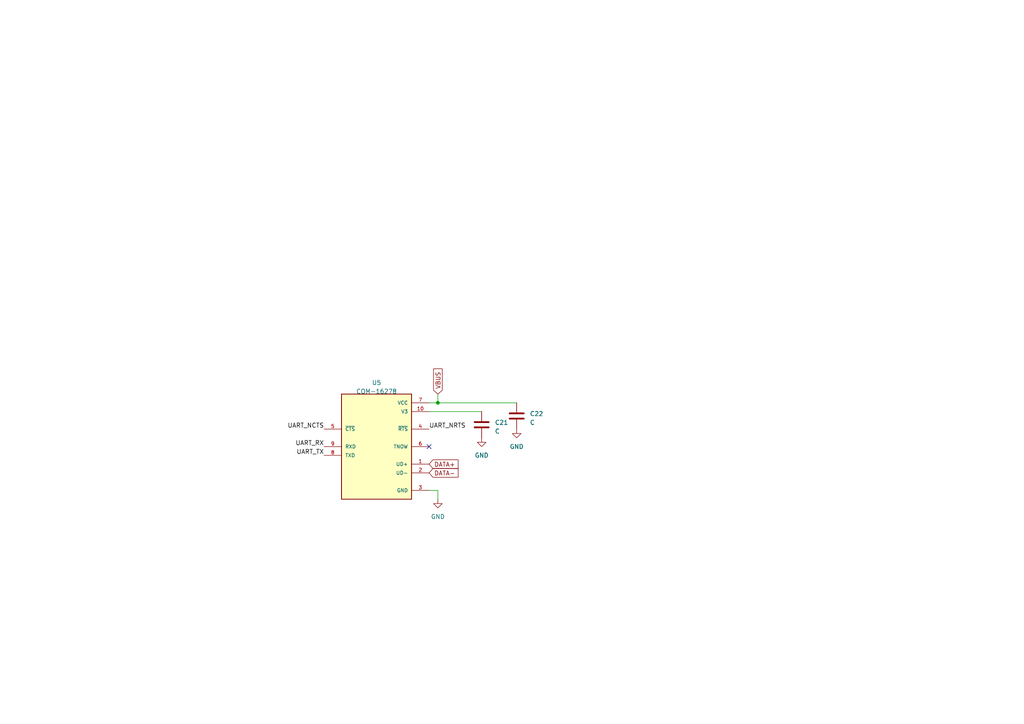
<source format=kicad_sch>
(kicad_sch (version 20230121) (generator eeschema)
  (paper "A4")
  (lib_symbols
    (symbol "CH340:COM-16278" (pin_names (offset 1.016))
      (property "Reference" "U" (at -10.16 16.129 0))
      (property "Value" "COM-16278" (at -10.16 -17.78 0))
      (symbol "COM-16278_0_0"
        (rectangle (start -10.16 -15.24) (end 10.16 15.24) (stroke (width 0.254)) (fill (type background)))
        (pin bidirectional line (at 15.24 -5.08 180) (length 5.08) (name "UD+") (number "1"))
        (pin power_in line (at 15.24 10.16 180) (length 5.08) (name "V3") (number "10"))
        (pin bidirectional line (at 15.24 -7.62 180) (length 5.08) (name "UD-") (number "2"))
        (pin power_in line (at 15.24 -12.7 180) (length 5.08) (name "GND") (number "3"))
        (pin output line (at 15.24 5.08 180) (length 5.08) (name "~{RTS}") (number "4"))
        (pin input line (at -15.24 5.08 0) (length 5.08) (name "~{CTS}") (number "5"))
        (pin output line (at 15.24 0 180) (length 5.08) (name "TNOW") (number "6"))
        (pin power_in line (at 15.24 12.7 180) (length 5.08) (name "VCC") (number "7"))
        (pin output line (at -15.24 -2.54 0) (length 5.08) (name "TXD") (number "8"))
        (pin input line (at -15.24 0 0) (length 5.08) (name "RXD") (number "9"))
      )
    )
    (symbol "Device:C" (pin_numbers hide) (pin_names (offset 0.254))
      (property "Reference" "C" (at 0.635 2.54 0))
      (property "Value" "C" (at 0.635 -2.54 0))
      (symbol "C_0_1"
        (polyline (pts (xy -2.032 -0.762) (xy 2.032 -0.762)) (stroke (width 0.508)))
        (polyline (pts (xy -2.032 0.762) (xy 2.032 0.762)) (stroke (width 0.508)))
      )
      (symbol "C_1_1"
        (pin passive line (at 0 3.81 270) (length 2.794) (name "~") (number "1"))
        (pin passive line (at 0 -3.81 90) (length 2.794) (name "~") (number "2"))
      )
    )
    (symbol "power:GND" (power) (pin_names (offset 0))
      (property "Value" "GND" (at 0 -3.81 0))
      (symbol "GND_0_1"
        (polyline (pts (xy 0 0) (xy 0 -1.27) (xy 1.27 -1.27) (xy 0 -2.54) (xy -1.27 -1.27) (xy 0 -1.27)))
      )
      (symbol "GND_1_1"
        (pin power_in line (at 0 0 270) (length 0) hide (name "GND") (number "1"))
      )
    )
  )
  (junction (at 127 116.84))
  (no_connect (at 124.46 129.54))
  (wire (pts (xy 127 116.84) (xy 127 114.3)))
  (wire (pts (xy 124.46 116.84) (xy 127 116.84)))
  (wire (pts (xy 124.46 142.24) (xy 127 142.24)))
  (wire (pts (xy 124.46 119.38) (xy 139.7 119.38)))
  (wire (pts (xy 127 116.84) (xy 149.86 116.84)))
  (wire (pts (xy 127 142.24) (xy 127 144.78)))
  (label "UART_NCTS" (at 93.98 124.46 180))
  (label "UART_TX" (at 93.98 132.08 180))
  (label "UART_RX" (at 93.98 129.54 180))
  (label "UART_NRTS" (at 124.46 124.46 0))
  (global_label "VBUS" (shape input) (at 127 114.3 90) (property "Intersheetrefs" "${INTERSHEET_REFS}" (effects hide)))
  (global_label "DATA+" (shape input) (at 124.46 134.62 0) (property "Intersheetrefs" "${INTERSHEET_REFS}" (effects hide)))
  (global_label "DATA-" (shape input) (at 124.46 137.16 0) (property "Intersheetrefs" "${INTERSHEET_REFS}" (effects hide)))
  (symbol (lib_id "CH340:COM-16278") (at 109.22 129.54 0) (unit 1)
    (property "Reference" "U5" (at 109.22 110.998 0))
    (property "Value" "COM-16278" (at 109.22 113.538 0))
    (property "Footprint" "SOP50P490X120-10N" (effects hide))
    (property "PARTREV" "2G" (effects hide))
    (property "STANDARD" "IPC 7351B" (effects hide))
    (property "MAXIMUM_PACKAGE_HEIGHT" "1.2mm" (effects hide))
    (property "MANUFACTURER" "SparkFun" (effects hide))
  )
  (symbol (lib_id "power:GND") (at 127 144.78 0) (unit 1)
    (property "Reference" "#PWR069" (effects hide))
    (property "Value" "GND" (at 127 149.86 0))
  )
  (symbol (lib_id "Device:C") (at 149.86 120.65 0) (unit 1)
    (property "Reference" "C22" (at 153.67 120.015 0) (effects (justify left)))
    (property "Value" "C" (at 153.67 122.555 0) (effects (justify left)))
  )
  (symbol (lib_id "power:GND") (at 149.86 124.46 0) (unit 1)
    (property "Reference" "#PWR071" (effects hide))
    (property "Value" "GND" (at 149.86 129.54 0))
  )
  (symbol (lib_id "power:GND") (at 139.7 127 0) (unit 1)
    (property "Reference" "#PWR070" (effects hide))
    (property "Value" "GND" (at 139.7 132.08 0))
  )
  (symbol (lib_id "Device:C") (at 139.7 123.19 0) (unit 1)
    (property "Reference" "C21" (at 143.51 122.555 0) (effects (justify left)))
    (property "Value" "C" (at 143.51 125.095 0) (effects (justify left)))
  )
)
</source>
